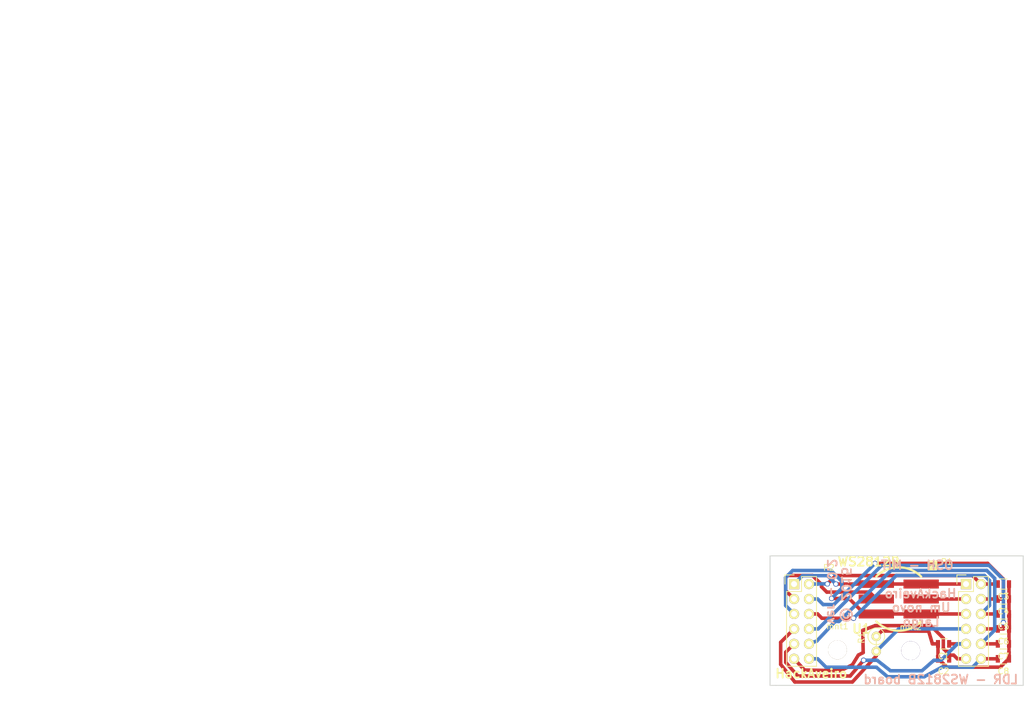
<source format=kicad_pcb>
(kicad_pcb (version 4) (host pcbnew "(2014-08-21 BZR 5087)-product")

  (general
    (links 34)
    (no_connects 0)
    (area -2.907714 -1.7708 171.075001 120.807967)
    (thickness 1.6)
    (drawings 14)
    (tracks 146)
    (zones 0)
    (modules 15)
    (nets 15)
  )

  (page A4)
  (layers
    (0 F.Cu signal)
    (31 B.Cu signal)
    (32 B.Adhes user)
    (33 F.Adhes user)
    (34 B.Paste user)
    (35 F.Paste user)
    (36 B.SilkS user)
    (37 F.SilkS user)
    (38 B.Mask user)
    (39 F.Mask user)
    (40 Dwgs.User user)
    (41 Cmts.User user)
    (42 Eco1.User user)
    (43 Eco2.User user)
    (44 Edge.Cuts user)
    (45 Margin user)
    (46 B.CrtYd user)
    (47 F.CrtYd user)
    (48 B.Fab user hide)
    (49 F.Fab user hide)
  )

  (setup
    (last_trace_width 0.6)
    (trace_clearance 0.254)
    (zone_clearance 0.6)
    (zone_45_only no)
    (trace_min 0.254)
    (segment_width 0.2)
    (edge_width 0.15)
    (via_size 0.889)
    (via_drill 0.635)
    (via_min_size 0.889)
    (via_min_drill 0.508)
    (uvia_size 0.508)
    (uvia_drill 0.127)
    (uvias_allowed no)
    (uvia_min_size 0.508)
    (uvia_min_drill 0.127)
    (pcb_text_width 0.3)
    (pcb_text_size 1.5 1.5)
    (mod_edge_width 0.15)
    (mod_text_size 1.5 1.5)
    (mod_text_width 0.15)
    (pad_size 3.2 3.2)
    (pad_drill 3.2)
    (pad_to_mask_clearance 0.2)
    (aux_axis_origin 0 0)
    (visible_elements FFFFFF7F)
    (pcbplotparams
      (layerselection 0x010f0_80000001)
      (usegerberextensions false)
      (excludeedgelayer true)
      (linewidth 0.100000)
      (plotframeref false)
      (viasonmask false)
      (mode 1)
      (useauxorigin false)
      (hpglpennumber 1)
      (hpglpenspeed 20)
      (hpglpendiameter 15)
      (hpglpenoverlay 2)
      (psnegative false)
      (psa4output false)
      (plotreference true)
      (plotvalue true)
      (plotinvisibletext false)
      (padsonsilk false)
      (subtractmaskfromsilk false)
      (outputformat 4)
      (mirror false)
      (drillshape 0)
      (scaleselection 1)
      (outputdirectory gerber/tiagogon))
  )

  (net 0 "")
  (net 1 "Net-(C1-Pad1)")
  (net 2 LDR_OUT)
  (net 3 "Net-(C2-Pad1)")
  (net 4 "Net-(C3-Pad2)")
  (net 5 "Net-(C4-Pad2)")
  (net 6 "Net-(C5-Pad2)")
  (net 7 "Net-(C6-Pad2)")
  (net 8 "Net-(C7-Pad2)")
  (net 9 "Net-(C8-Pad2)")
  (net 10 Data_OUT)
  (net 11 VCC)
  (net 12 Data_IN)
  (net 13 GND)
  (net 14 LDR_GND)

  (net_class Default "Esta é a classe de net default."
    (clearance 0.254)
    (trace_width 0.6)
    (via_dia 0.889)
    (via_drill 0.635)
    (uvia_dia 0.508)
    (uvia_drill 0.127)
    (add_net Data_IN)
    (add_net Data_OUT)
    (add_net GND)
    (add_net LDR_GND)
    (add_net LDR_OUT)
    (add_net "Net-(C1-Pad1)")
    (add_net "Net-(C2-Pad1)")
    (add_net "Net-(C3-Pad2)")
    (add_net "Net-(C4-Pad2)")
    (add_net "Net-(C5-Pad2)")
    (add_net "Net-(C6-Pad2)")
    (add_net "Net-(C7-Pad2)")
    (add_net "Net-(C8-Pad2)")
    (add_net VCC)
  )

  (module LOGO (layer F.Cu) (tedit 5503434C) (tstamp 55034356)
    (at 0 0)
    (fp_text reference G*** (at 0 0) (layer F.SilkS) hide
      (effects (font (thickness 0.3)))
    )
    (fp_text value LOGO (at 3.81 2.54) (layer F.SilkS) hide
      (effects (font (thickness 0.3)))
    )
  )

  (module Pin_Headers:Pin_Header_Straight_2x06 (layer F.Cu) (tedit 55033D70) (tstamp 550345F0)
    (at 161.29 97.79)
    (descr "Through hole pin header")
    (tags "pin header")
    (path /54F63DA4)
    (fp_text reference P1 (at -3.29 -3.79) (layer F.SilkS)
      (effects (font (size 1 1) (thickness 0.15)))
    )
    (fp_text value INPUT (at 2.71 -2.79) (layer F.Fab)
      (effects (font (size 1 1) (thickness 0.15)))
    )
    (fp_line (start -1.75 -1.75) (end -1.75 14.45) (layer F.CrtYd) (width 0.05))
    (fp_line (start 4.3 -1.75) (end 4.3 14.45) (layer F.CrtYd) (width 0.05))
    (fp_line (start -1.75 -1.75) (end 4.3 -1.75) (layer F.CrtYd) (width 0.05))
    (fp_line (start -1.75 14.45) (end 4.3 14.45) (layer F.CrtYd) (width 0.05))
    (fp_line (start 3.81 13.97) (end 3.81 -1.27) (layer F.SilkS) (width 0.15))
    (fp_line (start -1.27 1.27) (end -1.27 13.97) (layer F.SilkS) (width 0.15))
    (fp_line (start 3.81 13.97) (end -1.27 13.97) (layer F.SilkS) (width 0.15))
    (fp_line (start 3.81 -1.27) (end 1.27 -1.27) (layer F.SilkS) (width 0.15))
    (fp_line (start 0 -1.55) (end -1.55 -1.55) (layer F.SilkS) (width 0.15))
    (fp_line (start 1.27 -1.27) (end 1.27 1.27) (layer F.SilkS) (width 0.15))
    (fp_line (start 1.27 1.27) (end -1.27 1.27) (layer F.SilkS) (width 0.15))
    (fp_line (start -1.55 -1.55) (end -1.55 0) (layer F.SilkS) (width 0.15))
    (pad 1 thru_hole rect (at 0 0) (size 1.7272 1.7272) (drill 1.016) (layers *.Cu *.Mask F.SilkS)
      (net 11 VCC))
    (pad 2 thru_hole oval (at 2.54 0) (size 1.7272 1.7272) (drill 1.016) (layers *.Cu *.Mask F.SilkS)
      (net 4 "Net-(C3-Pad2)"))
    (pad 3 thru_hole oval (at 0 2.54) (size 1.7272 1.7272) (drill 1.016) (layers *.Cu *.Mask F.SilkS)
      (net 12 Data_IN))
    (pad 4 thru_hole oval (at 2.54 2.54) (size 1.7272 1.7272) (drill 1.016) (layers *.Cu *.Mask F.SilkS)
      (net 5 "Net-(C4-Pad2)"))
    (pad 5 thru_hole oval (at 0 5.08) (size 1.7272 1.7272) (drill 1.016) (layers *.Cu *.Mask F.SilkS)
      (net 13 GND))
    (pad 6 thru_hole oval (at 2.54 5.08) (size 1.7272 1.7272) (drill 1.016) (layers *.Cu *.Mask F.SilkS)
      (net 6 "Net-(C5-Pad2)"))
    (pad 7 thru_hole oval (at 0 7.62) (size 1.7272 1.7272) (drill 1.016) (layers *.Cu *.Mask F.SilkS)
      (net 14 LDR_GND))
    (pad 8 thru_hole oval (at 2.54 7.62) (size 1.7272 1.7272) (drill 1.016) (layers *.Cu *.Mask F.SilkS)
      (net 7 "Net-(C6-Pad2)"))
    (pad 9 thru_hole oval (at 0 10.16) (size 1.7272 1.7272) (drill 1.016) (layers *.Cu *.Mask F.SilkS)
      (net 1 "Net-(C1-Pad1)"))
    (pad 10 thru_hole oval (at 2.54 10.16) (size 1.7272 1.7272) (drill 1.016) (layers *.Cu *.Mask F.SilkS)
      (net 8 "Net-(C7-Pad2)"))
    (pad 11 thru_hole oval (at 0 12.7) (size 1.7272 1.7272) (drill 1.016) (layers *.Cu *.Mask F.SilkS)
      (net 3 "Net-(C2-Pad1)"))
    (pad 12 thru_hole oval (at 2.54 12.7) (size 1.7272 1.7272) (drill 1.016) (layers *.Cu *.Mask F.SilkS)
      (net 9 "Net-(C8-Pad2)"))
    (model Pin_Headers.3dshapes/Pin_Header_Straight_2x06.wrl
      (at (xyz 0.05 -0.25 0))
      (scale (xyz 1 1 1))
      (rotate (xyz 0 0 90))
    )
  )

  (module Pin_Headers:Pin_Header_Straight_2x06 (layer F.Cu) (tedit 55033D7D) (tstamp 550336F7)
    (at 132.08 97.79)
    (descr "Through hole pin header")
    (tags "pin header")
    (path /54F63F7D)
    (fp_text reference P2 (at 5.92 -2.79) (layer F.SilkS)
      (effects (font (size 1 1) (thickness 0.15)))
    )
    (fp_text value OUTPUT (at 0 -3.1) (layer F.Fab)
      (effects (font (size 1 1) (thickness 0.15)))
    )
    (fp_line (start -1.75 -1.75) (end -1.75 14.45) (layer F.CrtYd) (width 0.05))
    (fp_line (start 4.3 -1.75) (end 4.3 14.45) (layer F.CrtYd) (width 0.05))
    (fp_line (start -1.75 -1.75) (end 4.3 -1.75) (layer F.CrtYd) (width 0.05))
    (fp_line (start -1.75 14.45) (end 4.3 14.45) (layer F.CrtYd) (width 0.05))
    (fp_line (start 3.81 13.97) (end 3.81 -1.27) (layer F.SilkS) (width 0.15))
    (fp_line (start -1.27 1.27) (end -1.27 13.97) (layer F.SilkS) (width 0.15))
    (fp_line (start 3.81 13.97) (end -1.27 13.97) (layer F.SilkS) (width 0.15))
    (fp_line (start 3.81 -1.27) (end 1.27 -1.27) (layer F.SilkS) (width 0.15))
    (fp_line (start 0 -1.55) (end -1.55 -1.55) (layer F.SilkS) (width 0.15))
    (fp_line (start 1.27 -1.27) (end 1.27 1.27) (layer F.SilkS) (width 0.15))
    (fp_line (start 1.27 1.27) (end -1.27 1.27) (layer F.SilkS) (width 0.15))
    (fp_line (start -1.55 -1.55) (end -1.55 0) (layer F.SilkS) (width 0.15))
    (pad 1 thru_hole rect (at 0 0) (size 1.7272 1.7272) (drill 1.016) (layers *.Cu *.Mask F.SilkS)
      (net 11 VCC))
    (pad 2 thru_hole oval (at 2.54 0) (size 1.7272 1.7272) (drill 1.016) (layers *.Cu *.Mask F.SilkS)
      (net 4 "Net-(C3-Pad2)"))
    (pad 3 thru_hole oval (at 0 2.54) (size 1.7272 1.7272) (drill 1.016) (layers *.Cu *.Mask F.SilkS)
      (net 10 Data_OUT))
    (pad 4 thru_hole oval (at 2.54 2.54) (size 1.7272 1.7272) (drill 1.016) (layers *.Cu *.Mask F.SilkS)
      (net 5 "Net-(C4-Pad2)"))
    (pad 5 thru_hole oval (at 0 5.08) (size 1.7272 1.7272) (drill 1.016) (layers *.Cu *.Mask F.SilkS)
      (net 13 GND))
    (pad 6 thru_hole oval (at 2.54 5.08) (size 1.7272 1.7272) (drill 1.016) (layers *.Cu *.Mask F.SilkS)
      (net 6 "Net-(C5-Pad2)"))
    (pad 7 thru_hole oval (at 0 7.62) (size 1.7272 1.7272) (drill 1.016) (layers *.Cu *.Mask F.SilkS)
      (net 14 LDR_GND))
    (pad 8 thru_hole oval (at 2.54 7.62) (size 1.7272 1.7272) (drill 1.016) (layers *.Cu *.Mask F.SilkS)
      (net 7 "Net-(C6-Pad2)"))
    (pad 9 thru_hole oval (at 0 10.16) (size 1.7272 1.7272) (drill 1.016) (layers *.Cu *.Mask F.SilkS)
      (net 1 "Net-(C1-Pad1)"))
    (pad 10 thru_hole oval (at 2.54 10.16) (size 1.7272 1.7272) (drill 1.016) (layers *.Cu *.Mask F.SilkS)
      (net 8 "Net-(C7-Pad2)"))
    (pad 11 thru_hole oval (at 0 12.7) (size 1.7272 1.7272) (drill 1.016) (layers *.Cu *.Mask F.SilkS)
      (net 3 "Net-(C2-Pad1)"))
    (pad 12 thru_hole oval (at 2.54 12.7) (size 1.7272 1.7272) (drill 1.016) (layers *.Cu *.Mask F.SilkS)
      (net 9 "Net-(C8-Pad2)"))
    (model Pin_Headers.3dshapes/Pin_Header_Straight_2x06.wrl
      (at (xyz 0.05 -0.25 0))
      (scale (xyz 1 1 1))
      (rotate (xyz 0 0 90))
    )
  )

  (module Discret:R1 (layer F.Cu) (tedit 550339EA) (tstamp 550336FF)
    (at 146.05 107.95 270)
    (descr "Resistance verticale")
    (tags R)
    (path /54C7CC88)
    (fp_text reference R1 (at -1.016 2.54 270) (layer F.SilkS)
      (effects (font (size 1 1) (thickness 0.15)))
    )
    (fp_text value RVAR (at -1.143 2.54 270) (layer F.Fab)
      (effects (font (size 1 1) (thickness 0.15)))
    )
    (fp_line (start -1.27 0) (end 1.27 0) (layer F.SilkS) (width 0.15))
    (fp_circle (center -1.27 0) (end -0.635 1.27) (layer F.SilkS) (width 0.15))
    (pad 1 thru_hole circle (at -1.27 0 270) (size 1.6 1.6) (drill 0.8128) (layers *.Cu *.Mask F.SilkS)
      (net 2 LDR_OUT))
    (pad 2 thru_hole circle (at 1.27 0 270) (size 1.6 1.6) (drill 0.8128) (layers *.Cu *.Mask F.SilkS)
      (net 14 LDR_GND))
    (model Discret.3dshapes/R1.wrl
      (at (xyz 0 0 0))
      (scale (xyz 1 1 1))
      (rotate (xyz 0 0 0))
    )
  )

  (module u:u (layer F.Cu) (tedit 54C7A931) (tstamp 55033713)
    (at 149.86 100.33)
    (path /54C7CA2B)
    (fp_text reference U1 (at -6.35 5.08) (layer F.SilkS)
      (effects (font (thickness 0.3048)))
    )
    (fp_text value WS2812B (at -5.08 -6.35) (layer F.SilkS)
      (effects (font (thickness 0.3048)))
    )
    (fp_line (start 5.08 -6.35) (end 5.08 -5.08) (layer F.SilkS) (width 0.381))
    (fp_line (start 5.08 -5.08) (end 6.35 -5.08) (layer F.SilkS) (width 0.381))
    (fp_line (start 6.35 -5.08) (end 6.35 -6.35) (layer F.SilkS) (width 0.381))
    (fp_line (start 6.35 -6.35) (end 5.08 -5.08) (layer F.SilkS) (width 0.381))
    (fp_line (start 5.08 -5.08) (end 5.08 -6.35) (layer F.SilkS) (width 0.381))
    (fp_line (start 6.35 -6.35) (end 6.35 -5.08) (layer F.SilkS) (width 0.381))
    (fp_line (start 5.08 -6.35) (end 6.35 -6.35) (layer F.SilkS) (width 0.381))
    (fp_line (start 5.08 -5.08) (end 6.35 -5.08) (layer F.SilkS) (width 0.381))
    (fp_arc (start 0 0) (end -3.81 -3.81) (angle 90) (layer F.SilkS) (width 0.381))
    (fp_arc (start 0 0) (end 3.81 3.81) (angle 90) (layer F.SilkS) (width 0.381))
    (pad 1 smd rect (at 3.81 -2.54) (size 5.99948 1.524) (layers F.Cu F.Paste F.Mask)
      (net 11 VCC))
    (pad 2 smd rect (at 3.81 0) (size 5.99948 1.524) (layers F.Cu F.Paste F.Mask)
      (net 12 Data_IN))
    (pad 3 smd rect (at 3.81 2.54) (size 5.99948 1.524) (layers F.Cu F.Paste F.Mask)
      (net 13 GND))
    (pad 4 smd rect (at -3.81 2.54) (size 5.99948 1.524) (layers F.Cu F.Paste F.Mask)
      (net 13 GND))
    (pad 5 smd rect (at -3.81 0) (size 5.99948 1.524) (layers F.Cu F.Paste F.Mask)
      (net 10 Data_OUT))
    (pad 6 smd rect (at -3.81 -2.54) (size 5.99948 1.30048) (layers F.Cu F.Paste F.Mask)
      (net 11 VCC))
  )

  (module Resistors_SMD:R_0805 (layer F.Cu) (tedit 5415CDEB) (tstamp 55033844)
    (at 157.48 107.95 180)
    (descr "Resistor SMD 0805, reflow soldering, Vishay (see dcrcw.pdf)")
    (tags "resistor 0805")
    (path /54C7CDA7)
    (attr smd)
    (fp_text reference C1 (at 0 -2.1 180) (layer F.SilkS)
      (effects (font (size 1 1) (thickness 0.15)))
    )
    (fp_text value C (at 0 2.1 180) (layer F.Fab)
      (effects (font (size 1 1) (thickness 0.15)))
    )
    (fp_line (start -1.6 -1) (end 1.6 -1) (layer F.CrtYd) (width 0.05))
    (fp_line (start -1.6 1) (end 1.6 1) (layer F.CrtYd) (width 0.05))
    (fp_line (start -1.6 -1) (end -1.6 1) (layer F.CrtYd) (width 0.05))
    (fp_line (start 1.6 -1) (end 1.6 1) (layer F.CrtYd) (width 0.05))
    (fp_line (start 0.6 0.875) (end -0.6 0.875) (layer F.SilkS) (width 0.15))
    (fp_line (start -0.6 -0.875) (end 0.6 -0.875) (layer F.SilkS) (width 0.15))
    (pad 1 smd rect (at -0.95 0 180) (size 0.7 1.3) (layers F.Cu F.Paste F.Mask)
      (net 1 "Net-(C1-Pad1)"))
    (pad 2 smd rect (at 0.95 0 180) (size 0.7 1.3) (layers F.Cu F.Paste F.Mask)
      (net 2 LDR_OUT))
    (model Resistors_SMD.3dshapes/R_0805.wrl
      (at (xyz 0 0 0))
      (scale (xyz 1 1 1))
      (rotate (xyz 0 0 0))
    )
  )

  (module Resistors_SMD:R_0805 (layer F.Cu) (tedit 5415CDEB) (tstamp 5503384F)
    (at 157.48 110.49 180)
    (descr "Resistor SMD 0805, reflow soldering, Vishay (see dcrcw.pdf)")
    (tags "resistor 0805")
    (path /54C7CDA4)
    (attr smd)
    (fp_text reference C2 (at 0 -2.1 180) (layer F.SilkS)
      (effects (font (size 1 1) (thickness 0.15)))
    )
    (fp_text value C (at 0 2.1 180) (layer F.Fab)
      (effects (font (size 1 1) (thickness 0.15)))
    )
    (fp_line (start -1.6 -1) (end 1.6 -1) (layer F.CrtYd) (width 0.05))
    (fp_line (start -1.6 1) (end 1.6 1) (layer F.CrtYd) (width 0.05))
    (fp_line (start -1.6 -1) (end -1.6 1) (layer F.CrtYd) (width 0.05))
    (fp_line (start 1.6 -1) (end 1.6 1) (layer F.CrtYd) (width 0.05))
    (fp_line (start 0.6 0.875) (end -0.6 0.875) (layer F.SilkS) (width 0.15))
    (fp_line (start -0.6 -0.875) (end 0.6 -0.875) (layer F.SilkS) (width 0.15))
    (pad 1 smd rect (at -0.95 0 180) (size 0.7 1.3) (layers F.Cu F.Paste F.Mask)
      (net 3 "Net-(C2-Pad1)"))
    (pad 2 smd rect (at 0.95 0 180) (size 0.7 1.3) (layers F.Cu F.Paste F.Mask)
      (net 2 LDR_OUT))
    (model Resistors_SMD.3dshapes/R_0805.wrl
      (at (xyz 0 0 0))
      (scale (xyz 1 1 1))
      (rotate (xyz 0 0 0))
    )
  )

  (module Resistors_SMD:R_0805 (layer F.Cu) (tedit 5415CDEB) (tstamp 5503385A)
    (at 167.64 97.79 180)
    (descr "Resistor SMD 0805, reflow soldering, Vishay (see dcrcw.pdf)")
    (tags "resistor 0805")
    (path /54C7CDA1)
    (attr smd)
    (fp_text reference C3 (at 0 -2.1 180) (layer F.SilkS)
      (effects (font (size 1 1) (thickness 0.15)))
    )
    (fp_text value C (at 0 2.1 180) (layer F.Fab)
      (effects (font (size 1 1) (thickness 0.15)))
    )
    (fp_line (start -1.6 -1) (end 1.6 -1) (layer F.CrtYd) (width 0.05))
    (fp_line (start -1.6 1) (end 1.6 1) (layer F.CrtYd) (width 0.05))
    (fp_line (start -1.6 -1) (end -1.6 1) (layer F.CrtYd) (width 0.05))
    (fp_line (start 1.6 -1) (end 1.6 1) (layer F.CrtYd) (width 0.05))
    (fp_line (start 0.6 0.875) (end -0.6 0.875) (layer F.SilkS) (width 0.15))
    (fp_line (start -0.6 -0.875) (end 0.6 -0.875) (layer F.SilkS) (width 0.15))
    (pad 1 smd rect (at -0.95 0 180) (size 0.7 1.3) (layers F.Cu F.Paste F.Mask)
      (net 2 LDR_OUT))
    (pad 2 smd rect (at 0.95 0 180) (size 0.7 1.3) (layers F.Cu F.Paste F.Mask)
      (net 4 "Net-(C3-Pad2)"))
    (model Resistors_SMD.3dshapes/R_0805.wrl
      (at (xyz 0 0 0))
      (scale (xyz 1 1 1))
      (rotate (xyz 0 0 0))
    )
  )

  (module Resistors_SMD:R_0805 (layer F.Cu) (tedit 5415CDEB) (tstamp 55033865)
    (at 167.64 100.33 180)
    (descr "Resistor SMD 0805, reflow soldering, Vishay (see dcrcw.pdf)")
    (tags "resistor 0805")
    (path /54C7CCD7)
    (attr smd)
    (fp_text reference C4 (at 0 -2.1 180) (layer F.SilkS)
      (effects (font (size 1 1) (thickness 0.15)))
    )
    (fp_text value C (at 0 2.1 180) (layer F.Fab)
      (effects (font (size 1 1) (thickness 0.15)))
    )
    (fp_line (start -1.6 -1) (end 1.6 -1) (layer F.CrtYd) (width 0.05))
    (fp_line (start -1.6 1) (end 1.6 1) (layer F.CrtYd) (width 0.05))
    (fp_line (start -1.6 -1) (end -1.6 1) (layer F.CrtYd) (width 0.05))
    (fp_line (start 1.6 -1) (end 1.6 1) (layer F.CrtYd) (width 0.05))
    (fp_line (start 0.6 0.875) (end -0.6 0.875) (layer F.SilkS) (width 0.15))
    (fp_line (start -0.6 -0.875) (end 0.6 -0.875) (layer F.SilkS) (width 0.15))
    (pad 1 smd rect (at -0.95 0 180) (size 0.7 1.3) (layers F.Cu F.Paste F.Mask)
      (net 2 LDR_OUT))
    (pad 2 smd rect (at 0.95 0 180) (size 0.7 1.3) (layers F.Cu F.Paste F.Mask)
      (net 5 "Net-(C4-Pad2)"))
    (model Resistors_SMD.3dshapes/R_0805.wrl
      (at (xyz 0 0 0))
      (scale (xyz 1 1 1))
      (rotate (xyz 0 0 0))
    )
  )

  (module Resistors_SMD:R_0805 (layer F.Cu) (tedit 5415CDEB) (tstamp 55033870)
    (at 167.64 102.87 180)
    (descr "Resistor SMD 0805, reflow soldering, Vishay (see dcrcw.pdf)")
    (tags "resistor 0805")
    (path /54C7CD1D)
    (attr smd)
    (fp_text reference C5 (at 0 -2.1 180) (layer F.SilkS)
      (effects (font (size 1 1) (thickness 0.15)))
    )
    (fp_text value C (at 0 2.1 180) (layer F.Fab)
      (effects (font (size 1 1) (thickness 0.15)))
    )
    (fp_line (start -1.6 -1) (end 1.6 -1) (layer F.CrtYd) (width 0.05))
    (fp_line (start -1.6 1) (end 1.6 1) (layer F.CrtYd) (width 0.05))
    (fp_line (start -1.6 -1) (end -1.6 1) (layer F.CrtYd) (width 0.05))
    (fp_line (start 1.6 -1) (end 1.6 1) (layer F.CrtYd) (width 0.05))
    (fp_line (start 0.6 0.875) (end -0.6 0.875) (layer F.SilkS) (width 0.15))
    (fp_line (start -0.6 -0.875) (end 0.6 -0.875) (layer F.SilkS) (width 0.15))
    (pad 1 smd rect (at -0.95 0 180) (size 0.7 1.3) (layers F.Cu F.Paste F.Mask)
      (net 2 LDR_OUT))
    (pad 2 smd rect (at 0.95 0 180) (size 0.7 1.3) (layers F.Cu F.Paste F.Mask)
      (net 6 "Net-(C5-Pad2)"))
    (model Resistors_SMD.3dshapes/R_0805.wrl
      (at (xyz 0 0 0))
      (scale (xyz 1 1 1))
      (rotate (xyz 0 0 0))
    )
  )

  (module Resistors_SMD:R_0805 (layer F.Cu) (tedit 5415CDEB) (tstamp 5503387B)
    (at 167.64 105.41 180)
    (descr "Resistor SMD 0805, reflow soldering, Vishay (see dcrcw.pdf)")
    (tags "resistor 0805")
    (path /54C7CCFB)
    (attr smd)
    (fp_text reference C6 (at 0 -2.1 180) (layer F.SilkS)
      (effects (font (size 1 1) (thickness 0.15)))
    )
    (fp_text value C (at 0 2.1 180) (layer F.Fab)
      (effects (font (size 1 1) (thickness 0.15)))
    )
    (fp_line (start -1.6 -1) (end 1.6 -1) (layer F.CrtYd) (width 0.05))
    (fp_line (start -1.6 1) (end 1.6 1) (layer F.CrtYd) (width 0.05))
    (fp_line (start -1.6 -1) (end -1.6 1) (layer F.CrtYd) (width 0.05))
    (fp_line (start 1.6 -1) (end 1.6 1) (layer F.CrtYd) (width 0.05))
    (fp_line (start 0.6 0.875) (end -0.6 0.875) (layer F.SilkS) (width 0.15))
    (fp_line (start -0.6 -0.875) (end 0.6 -0.875) (layer F.SilkS) (width 0.15))
    (pad 1 smd rect (at -0.95 0 180) (size 0.7 1.3) (layers F.Cu F.Paste F.Mask)
      (net 2 LDR_OUT))
    (pad 2 smd rect (at 0.95 0 180) (size 0.7 1.3) (layers F.Cu F.Paste F.Mask)
      (net 7 "Net-(C6-Pad2)"))
    (model Resistors_SMD.3dshapes/R_0805.wrl
      (at (xyz 0 0 0))
      (scale (xyz 1 1 1))
      (rotate (xyz 0 0 0))
    )
  )

  (module Resistors_SMD:R_0805 (layer F.Cu) (tedit 5415CDEB) (tstamp 55033A71)
    (at 167.64 107.95 180)
    (descr "Resistor SMD 0805, reflow soldering, Vishay (see dcrcw.pdf)")
    (tags "resistor 0805")
    (path /54C7CD1A)
    (attr smd)
    (fp_text reference C7 (at 0 -2.1 180) (layer F.SilkS)
      (effects (font (size 1 1) (thickness 0.15)))
    )
    (fp_text value C (at 0 2.1 180) (layer F.Fab)
      (effects (font (size 1 1) (thickness 0.15)))
    )
    (fp_line (start -1.6 -1) (end 1.6 -1) (layer F.CrtYd) (width 0.05))
    (fp_line (start -1.6 1) (end 1.6 1) (layer F.CrtYd) (width 0.05))
    (fp_line (start -1.6 -1) (end -1.6 1) (layer F.CrtYd) (width 0.05))
    (fp_line (start 1.6 -1) (end 1.6 1) (layer F.CrtYd) (width 0.05))
    (fp_line (start 0.6 0.875) (end -0.6 0.875) (layer F.SilkS) (width 0.15))
    (fp_line (start -0.6 -0.875) (end 0.6 -0.875) (layer F.SilkS) (width 0.15))
    (pad 1 smd rect (at -0.95 0 180) (size 0.7 1.3) (layers F.Cu F.Paste F.Mask)
      (net 2 LDR_OUT))
    (pad 2 smd rect (at 0.95 0 180) (size 0.7 1.3) (layers F.Cu F.Paste F.Mask)
      (net 8 "Net-(C7-Pad2)"))
    (model Resistors_SMD.3dshapes/R_0805.wrl
      (at (xyz 0 0 0))
      (scale (xyz 1 1 1))
      (rotate (xyz 0 0 0))
    )
  )

  (module Resistors_SMD:R_0805 (layer F.Cu) (tedit 5415CDEB) (tstamp 55033891)
    (at 167.64 110.49 180)
    (descr "Resistor SMD 0805, reflow soldering, Vishay (see dcrcw.pdf)")
    (tags "resistor 0805")
    (path /54C7CCFF)
    (attr smd)
    (fp_text reference C8 (at 0 -2.1 180) (layer F.SilkS)
      (effects (font (size 1 1) (thickness 0.15)))
    )
    (fp_text value C (at 0 2.1 180) (layer F.Fab)
      (effects (font (size 1 1) (thickness 0.15)))
    )
    (fp_line (start -1.6 -1) (end 1.6 -1) (layer F.CrtYd) (width 0.05))
    (fp_line (start -1.6 1) (end 1.6 1) (layer F.CrtYd) (width 0.05))
    (fp_line (start -1.6 -1) (end -1.6 1) (layer F.CrtYd) (width 0.05))
    (fp_line (start 1.6 -1) (end 1.6 1) (layer F.CrtYd) (width 0.05))
    (fp_line (start 0.6 0.875) (end -0.6 0.875) (layer F.SilkS) (width 0.15))
    (fp_line (start -0.6 -0.875) (end 0.6 -0.875) (layer F.SilkS) (width 0.15))
    (pad 1 smd rect (at -0.95 0 180) (size 0.7 1.3) (layers F.Cu F.Paste F.Mask)
      (net 2 LDR_OUT))
    (pad 2 smd rect (at 0.95 0 180) (size 0.7 1.3) (layers F.Cu F.Paste F.Mask)
      (net 9 "Net-(C8-Pad2)"))
    (model Resistors_SMD.3dshapes/R_0805.wrl
      (at (xyz 0 0 0))
      (scale (xyz 1 1 1))
      (rotate (xyz 0 0 0))
    )
  )

  (module Mounting_Holes:MountingHole_3mm (layer F.Cu) (tedit 5505C114) (tstamp 5505B842)
    (at 139.446 108.966)
    (descr "Mounting hole, Befestigungsbohrung, 3mm, No Annular, Kein Restring,")
    (tags "Mounting hole, Befestigungsbohrung, 3mm, No Annular, Kein Restring,")
    (fp_text reference mnt1 (at 0 -4.0005) (layer F.SilkS)
      (effects (font (size 1 1) (thickness 0.15)))
    )
    (fp_text value "" (at 4.318 5.588) (layer F.Fab)
      (effects (font (size 1 1) (thickness 0.15)))
    )
    (fp_circle (center 0 0) (end 2.99974 0) (layer Cmts.User) (width 0.381))
    (pad "" thru_hole circle (at 0 0) (size 3.2 3.2) (drill 3.2) (layers *.Cu *.Mask F.SilkS))
  )

  (module Mounting_Holes:MountingHole_3mm (layer F.Cu) (tedit 5505C104) (tstamp 5505BD04)
    (at 151.892 109.093)
    (descr "Mounting hole, Befestigungsbohrung, 3mm, No Annular, Kein Restring,")
    (tags "Mounting hole, Befestigungsbohrung, 3mm, No Annular, Kein Restring,")
    (fp_text reference mnt2 (at 0 -4.0005) (layer F.SilkS)
      (effects (font (size 1 1) (thickness 0.15)))
    )
    (fp_text value "" (at 1.00076 5.00126) (layer F.Fab)
      (effects (font (size 1 1) (thickness 0.15)))
    )
    (fp_circle (center 0 0) (end 2.99974 0) (layer Cmts.User) (width 0.381))
    (pad "" thru_hole circle (at 0 0) (size 3.2 3.2) (drill 3.2) (layers *.Cu))
  )

  (dimension 5.081587 (width 0.3) (layer Cmts.User)
    (gr_text 5,082mm (at 133.558334 119.394887 1.432096184) (layer Cmts.User)
      (effects (font (size 1.5 1.5) (thickness 0.3)))
    )
    (feature1 (pts (xy 136.017 116.078) (xy 136.132074 120.680966)))
    (feature2 (pts (xy 130.937 116.205) (xy 131.052074 120.807966)))
    (crossbar (pts (xy 130.984595 118.108809) (xy 136.064595 117.981809)))
    (arrow1a (pts (xy 136.064595 117.981809) (xy 134.953099 118.5962)))
    (arrow1b (pts (xy 136.064595 117.981809) (xy 134.923787 117.423725)))
    (arrow2a (pts (xy 130.984595 118.108809) (xy 132.125403 118.666893)))
    (arrow2b (pts (xy 130.984595 118.108809) (xy 132.096091 117.494418)))
  )
  (dimension 15.750048 (width 0.3) (layer Cmts.User)
    (gr_text 15,750mm (at 124.12862 103.805312 270.9240454) (layer Cmts.User)
      (effects (font (size 1.5 1.5) (thickness 0.3)))
    )
    (feature1 (pts (xy 127.127 111.633) (xy 122.905796 111.701084)))
    (feature2 (pts (xy 126.873 95.885) (xy 122.651796 95.953084)))
    (crossbar (pts (xy 125.351445 95.909541) (xy 125.605445 111.657541)))
    (arrow1a (pts (xy 125.605445 111.657541) (xy 125.000933 110.540641)))
    (arrow1b (pts (xy 125.605445 111.657541) (xy 126.173622 110.521727)))
    (arrow2a (pts (xy 125.351445 95.909541) (xy 124.783268 97.045355)))
    (arrow2b (pts (xy 125.351445 95.909541) (xy 125.955957 97.026441)))
  )
  (gr_text "Um novo\nLargo" (at 153.67 102.997) (layer B.SilkS)
    (effects (font (size 1.5 1.5) (thickness 0.3)) (justify mirror))
  )
  (gr_text "LDR - WS2812B board" (at 157 114) (layer B.SilkS)
    (effects (font (size 1.5 1.5) (thickness 0.3)) (justify mirror))
  )
  (gr_text "© 2015 \nver - 0.2" (at 139.7 99.06 270) (layer B.SilkS)
    (effects (font (size 1.5 1.5) (thickness 0.3)) (justify mirror))
  )
  (gr_text "OSH - MIT\n\nHackAveiro \n" (at 153 97) (layer B.SilkS)
    (effects (font (size 1.5 1.5) (thickness 0.3)) (justify mirror))
  )
  (gr_text HackAveiro (at 135 113) (layer F.SilkS)
    (effects (font (size 1.5 1.5) (thickness 0.3)))
  )
  (gr_line (start 128 115) (end 128 93) (angle 90) (layer Edge.Cuts) (width 0.15))
  (gr_line (start 129 115) (end 128 115) (angle 90) (layer Edge.Cuts) (width 0.15))
  (gr_line (start 171 115) (end 129 115) (angle 90) (layer Edge.Cuts) (width 0.15))
  (gr_line (start 171 93) (end 128 93) (angle 90) (layer Edge.Cuts) (width 0.15))
  (gr_line (start 171 115) (end 171 93) (angle 90) (layer Edge.Cuts) (width 0.15))
  (dimension 22 (width 0.3) (layer Cmts.User)
    (gr_text 22,000mm (at 120.650001 104 270) (layer Cmts.User)
      (effects (font (size 1.5 1.5) (thickness 0.3)))
    )
    (feature1 (pts (xy 126 115) (xy 119.300001 115)))
    (feature2 (pts (xy 126 93) (xy 119.300001 93)))
    (crossbar (pts (xy 122.000001 93) (xy 122.000001 115)))
    (arrow1a (pts (xy 122.000001 115) (xy 121.41358 113.873496)))
    (arrow1b (pts (xy 122.000001 115) (xy 122.586422 113.873496)))
    (arrow2a (pts (xy 122.000001 93) (xy 121.41358 94.126504)))
    (arrow2b (pts (xy 122.000001 93) (xy 122.586422 94.126504)))
  )
  (dimension 43 (width 0.3) (layer Cmts.User)
    (gr_text 43,000mm (at 149.5 82.65) (layer Cmts.User)
      (effects (font (size 1.5 1.5) (thickness 0.3)))
    )
    (feature1 (pts (xy 171 90) (xy 171 81.3)))
    (feature2 (pts (xy 128 90) (xy 128 81.3)))
    (crossbar (pts (xy 128 84) (xy 171 84)))
    (arrow1a (pts (xy 171 84) (xy 169.873496 84.586421)))
    (arrow1b (pts (xy 171 84) (xy 169.873496 83.413579)))
    (arrow2a (pts (xy 128 84) (xy 129.126504 84.586421)))
    (arrow2b (pts (xy 128 84) (xy 129.126504 83.413579)))
  )

  (segment (start 161.29 107.95) (end 159.8264 107.95) (width 0.6) (layer B.Cu) (net 1))
  (segment (start 143.8883 110.7343) (end 141.605 113.411) (width 0.6) (layer F.Cu) (net 1))
  (segment (start 141.605 113.411) (end 132.715 113.411) (width 0.6) (layer F.Cu) (net 1))
  (segment (start 132.715 113.411) (end 130.6587 111.0857) (width 0.6) (layer F.Cu) (net 1))
  (segment (start 130.6587 111.0857) (end 130.6587 109.3713) (width 0.6) (layer F.Cu) (net 1))
  (segment (start 130.6587 109.3713) (end 132.08 107.95) (width 0.6) (layer F.Cu) (net 1))
  (segment (start 159.8264 107.95) (end 157.0421 110.7343) (width 0.6) (layer B.Cu) (net 1))
  (segment (start 146.177 110.7343) (end 143.8883 110.7343) (width 0.6) (layer B.Cu) (net 1) (tstamp 5505C379))
  (segment (start 148.463 112.522) (end 146.177 110.7343) (width 0.6) (layer B.Cu) (net 1) (tstamp 5505C37C))
  (segment (start 153.797 112.522) (end 148.463 112.522) (width 0.6) (layer B.Cu) (net 1) (tstamp 5505C372))
  (segment (start 155.829 110.744) (end 153.797 112.522) (width 0.6) (layer B.Cu) (net 1) (tstamp 5505C36E))
  (segment (start 157.0421 110.7343) (end 155.829 110.744) (width 0.6) (layer B.Cu) (net 1))
  (segment (start 158.43 107.95) (end 161.29 107.95) (width 0.6) (layer F.Cu) (net 1))
  (via (at 143.8883 110.7343) (size 0.889) (layers F.Cu B.Cu) (net 1))
  (segment (start 168.59 105.41) (end 168.6414 105.3586) (width 0.6) (layer F.Cu) (net 2))
  (segment (start 168.6414 105.3586) (end 168.6414 102.9214) (width 0.6) (layer F.Cu) (net 2))
  (segment (start 168.6414 102.9214) (end 168.59 102.87) (width 0.6) (layer F.Cu) (net 2))
  (segment (start 168.59 107.95) (end 168.59 105.41) (width 0.6) (layer F.Cu) (net 2))
  (segment (start 168.59 109.3442) (end 168.59 107.95) (width 0.6) (layer F.Cu) (net 2))
  (segment (start 168.59 110.49) (end 168.59 109.3442) (width 0.6) (layer F.Cu) (net 2))
  (segment (start 168.59 109.3442) (end 168.59 110.4274) (width 0.6) (layer F.Cu) (net 2))
  (segment (start 168.59 110.4274) (end 167.1067 111.9107) (width 0.6) (layer F.Cu) (net 2))
  (segment (start 167.1067 111.9107) (end 158.0304 111.9107) (width 0.6) (layer F.Cu) (net 2))
  (segment (start 158.0304 111.9107) (end 156.7687 110.649) (width 0.6) (layer F.Cu) (net 2))
  (segment (start 156.7687 110.649) (end 156.7687 110.49) (width 0.6) (layer F.Cu) (net 2))
  (segment (start 156.7687 110.49) (end 156.53 110.2513) (width 0.6) (layer F.Cu) (net 2))
  (segment (start 156.53 110.2513) (end 156.53 107.95) (width 0.6) (layer F.Cu) (net 2))
  (segment (start 156.53 110.49) (end 156.7687 110.49) (width 0.6) (layer F.Cu) (net 2))
  (segment (start 156.53 107.95) (end 155.58 107.95) (width 0.6) (layer F.Cu) (net 2))
  (segment (start 155.58 107.95) (end 154.940376 105.790255) (width 0.6) (layer F.Cu) (net 2))
  (segment (start 154.940376 105.790255) (end 146.9632 105.7668) (width 0.6) (layer F.Cu) (net 2))
  (segment (start 146.9632 105.7668) (end 146.05 106.68) (width 0.6) (layer F.Cu) (net 2))
  (segment (start 168.59 100.33) (end 168.59 97.79) (width 0.6) (layer F.Cu) (net 2))
  (segment (start 168.59 102.87) (end 168.59 100.33) (width 0.6) (layer F.Cu) (net 2))
  (segment (start 158.43 109.24) (end 157.934 109.24) (width 0.6) (layer F.Cu) (net 3))
  (segment (start 157.934 109.24) (end 157.4344 108.7404) (width 0.6) (layer F.Cu) (net 3))
  (segment (start 157.4344 108.7404) (end 157.4344 106.9946) (width 0.6) (layer F.Cu) (net 3))
  (segment (start 157.4344 106.9946) (end 155.2913 104.8515) (width 0.6) (layer F.Cu) (net 3))
  (segment (start 155.2913 104.8515) (end 145.8515 104.8515) (width 0.6) (layer F.Cu) (net 3))
  (segment (start 143.819474 109.436252) (end 143.002 109.855) (width 0.6) (layer F.Cu) (net 3) (tstamp 5505C1E0))
  (segment (start 143.756889 105.645236) (end 143.819474 109.436252) (width 0.6) (layer F.Cu) (net 3) (tstamp 5505C1F3))
  (segment (start 145.8515 104.8515) (end 143.756889 105.645236) (width 0.6) (layer F.Cu) (net 3))
  (segment (start 139.954 112.522) (end 133.858 112.395) (width 0.6) (layer F.Cu) (net 3) (tstamp 5505C419))
  (segment (start 141.986 111.506) (end 139.954 112.522) (width 0.6) (layer F.Cu) (net 3) (tstamp 5505C40E))
  (segment (start 143.002 109.855) (end 141.986 111.506) (width 0.6) (layer F.Cu) (net 3))
  (segment (start 133.858 112.395) (end 132.08 110.49) (width 0.6) (layer F.Cu) (net 3))
  (segment (start 161.29 110.49) (end 159.8264 110.49) (width 0.6) (layer F.Cu) (net 3))
  (segment (start 158.43 109.865) (end 159.2014 109.865) (width 0.6) (layer F.Cu) (net 3))
  (segment (start 159.2014 109.865) (end 159.8264 110.49) (width 0.6) (layer F.Cu) (net 3))
  (segment (start 158.43 109.865) (end 158.43 109.24) (width 0.6) (layer F.Cu) (net 3))
  (segment (start 158.43 110.49) (end 158.43 109.865) (width 0.6) (layer F.Cu) (net 3))
  (segment (start 163.83 97.79) (end 162.3877 96.3477) (width 0.6) (layer F.Cu) (net 4))
  (segment (start 162.3877 96.3477) (end 139.1587 96.3477) (width 0.6) (layer F.Cu) (net 4))
  (segment (start 139.1587 96.3477) (end 137.7414 97.765) (width 0.6) (layer F.Cu) (net 4))
  (segment (start 166.69 97.79) (end 163.83 97.79) (width 0.6) (layer F.Cu) (net 4))
  (segment (start 134.62 97.79) (end 136.0836 97.79) (width 0.6) (layer B.Cu) (net 4))
  (segment (start 137.7414 97.765) (end 136.1086 97.765) (width 0.6) (layer B.Cu) (net 4))
  (segment (start 136.1086 97.765) (end 136.0836 97.79) (width 0.6) (layer B.Cu) (net 4))
  (via (at 137.7414 97.765) (size 0.889) (layers F.Cu B.Cu) (net 4))
  (segment (start 145.8275 94.2808) (end 138.8367 101.2716) (width 0.6) (layer B.Cu) (net 5))
  (segment (start 138.8367 101.2716) (end 137.0252 101.2716) (width 0.6) (layer B.Cu) (net 5))
  (segment (start 137.0252 101.2716) (end 136.0836 100.33) (width 0.6) (layer B.Cu) (net 5))
  (segment (start 134.62 100.33) (end 136.0836 100.33) (width 0.6) (layer B.Cu) (net 5))
  (segment (start 166.69 100.33) (end 167.64 100.33) (width 0.6) (layer F.Cu) (net 5))
  (segment (start 167.64 100.33) (end 167.64 96.9559) (width 0.6) (layer F.Cu) (net 5))
  (segment (start 167.64 96.9559) (end 164.9649 94.2808) (width 0.6) (layer F.Cu) (net 5))
  (segment (start 164.9649 94.2808) (end 145.8275 94.2808) (width 0.6) (layer F.Cu) (net 5))
  (segment (start 163.83 100.33) (end 166.69 100.33) (width 0.6) (layer F.Cu) (net 5))
  (via (at 145.8275 94.2808) (size 0.889) (layers F.Cu B.Cu) (net 5))
  (segment (start 134.62 102.87) (end 136.0836 102.87) (width 0.6) (layer F.Cu) (net 6))
  (segment (start 142.1824 103.6) (end 136.8136 103.6) (width 0.6) (layer F.Cu) (net 6))
  (segment (start 136.8136 103.6) (end 136.0836 102.87) (width 0.6) (layer F.Cu) (net 6))
  (segment (start 163.83 102.87) (end 165.2769 101.4231) (width 0.6) (layer B.Cu) (net 6))
  (segment (start 165.2769 101.4231) (end 165.2769 97.2009) (width 0.6) (layer B.Cu) (net 6))
  (segment (start 165.2769 97.2009) (end 164.4101 96.3341) (width 0.6) (layer B.Cu) (net 6))
  (segment (start 164.4101 96.3341) (end 149.4483 96.3341) (width 0.6) (layer B.Cu) (net 6))
  (segment (start 149.4483 96.3341) (end 142.1824 103.6) (width 0.6) (layer B.Cu) (net 6))
  (segment (start 166.69 102.87) (end 163.83 102.87) (width 0.6) (layer F.Cu) (net 6))
  (via (at 142.1824 103.6) (size 0.889) (layers F.Cu B.Cu) (net 6))
  (segment (start 167.64 105.41) (end 167.64 104.346) (width 0.6) (layer F.Cu) (net 7))
  (segment (start 134.62 105.41) (end 136.1776 105.41) (width 0.6) (layer B.Cu) (net 7))
  (segment (start 136.1776 105.41) (end 146.9676 94.62) (width 0.6) (layer B.Cu) (net 7))
  (segment (start 146.9676 94.62) (end 165.211 94.62) (width 0.6) (layer B.Cu) (net 7))
  (segment (start 165.211 94.62) (end 167.64 97.049) (width 0.6) (layer B.Cu) (net 7))
  (segment (start 167.64 97.049) (end 167.64 104.346) (width 0.6) (layer B.Cu) (net 7))
  (segment (start 166.69 105.41) (end 167.64 105.41) (width 0.6) (layer F.Cu) (net 7))
  (segment (start 163.83 105.41) (end 166.69 105.41) (width 0.6) (layer F.Cu) (net 7))
  (via (at 167.64 104.346) (size 0.889) (layers F.Cu B.Cu) (net 7))
  (segment (start 139.065 104.14) (end 139.7 104.14) (width 0.6) (layer B.Cu) (net 8) (tstamp 5505C1C0))
  (segment (start 135.944193 107.462078) (end 139.065 104.14) (width 0.6) (layer B.Cu) (net 8) (tstamp 5505C1CF))
  (segment (start 134.62 107.95) (end 135.944193 107.462078) (width 0.6) (layer B.Cu) (net 8))
  (segment (start 163.83 107.95) (end 166.1669 105.6131) (width 0.6) (layer B.Cu) (net 8))
  (segment (start 166.1669 105.6131) (end 166.1669 96.8391) (width 0.6) (layer B.Cu) (net 8))
  (segment (start 166.1669 96.8391) (end 164.8071 95.4793) (width 0.6) (layer B.Cu) (net 8))
  (segment (start 164.8071 95.4793) (end 148.5543 95.4793) (width 0.6) (layer B.Cu) (net 8))
  (segment (start 148.5543 95.4793) (end 139.7 104.14) (width 0.6) (layer B.Cu) (net 8))
  (segment (start 166.69 107.95) (end 163.83 107.95) (width 0.6) (layer F.Cu) (net 8))
  (segment (start 134.62 110.49) (end 136.0836 110.49) (width 0.6) (layer B.Cu) (net 9))
  (segment (start 163.83 110.49) (end 162.3987 111.9213) (width 0.6) (layer B.Cu) (net 9))
  (segment (start 146.05 111.9213) (end 137.5149 111.9213) (width 0.6) (layer B.Cu) (net 9) (tstamp 5505C32F))
  (segment (start 147.955 113.538) (end 146.05 111.9213) (width 0.6) (layer B.Cu) (net 9) (tstamp 5505C34A))
  (segment (start 154.178 113.538) (end 147.955 113.538) (width 0.6) (layer B.Cu) (net 9) (tstamp 5505C354))
  (segment (start 157.226 111.887) (end 154.178 113.538) (width 0.6) (layer B.Cu) (net 9) (tstamp 5505C334))
  (segment (start 162.3987 111.9213) (end 157.226 111.887) (width 0.6) (layer B.Cu) (net 9))
  (segment (start 137.5149 111.9213) (end 136.0836 110.49) (width 0.6) (layer B.Cu) (net 9))
  (segment (start 166.69 110.49) (end 163.83 110.49) (width 0.6) (layer F.Cu) (net 9))
  (segment (start 132.08 100.33) (end 130.662 98.912) (width 0.6) (layer F.Cu) (net 10))
  (segment (start 130.662 98.912) (end 130.662 96.6822) (width 0.6) (layer F.Cu) (net 10))
  (segment (start 130.662 96.6822) (end 131.0055 96.3387) (width 0.6) (layer F.Cu) (net 10))
  (segment (start 131.0055 96.3387) (end 135.2093 96.3387) (width 0.6) (layer F.Cu) (net 10))
  (segment (start 135.2093 96.3387) (end 136.7426 97.872) (width 0.6) (layer F.Cu) (net 10))
  (segment (start 136.7426 97.872) (end 136.7426 98.2532) (width 0.6) (layer F.Cu) (net 10))
  (segment (start 136.7426 98.2532) (end 137.6484 99.159) (width 0.6) (layer F.Cu) (net 10))
  (segment (start 137.6484 99.159) (end 144.879 99.159) (width 0.6) (layer F.Cu) (net 10))
  (segment (start 144.879 99.159) (end 146.05 100.33) (width 0.6) (layer F.Cu) (net 10))
  (segment (start 142.4503 97.79) (end 139.1853 97.79) (width 0.6) (layer F.Cu) (net 11))
  (segment (start 132.08 97.79) (end 133.5084 96.3616) (width 0.6) (layer B.Cu) (net 11))
  (segment (start 133.5084 96.3616) (end 137.7569 96.3616) (width 0.6) (layer B.Cu) (net 11))
  (segment (start 137.7569 96.3616) (end 139.1853 97.79) (width 0.6) (layer B.Cu) (net 11))
  (segment (start 146.05 97.79) (end 142.4503 97.79) (width 0.6) (layer F.Cu) (net 11))
  (segment (start 153.67 97.79) (end 161.29 97.79) (width 0.6) (layer F.Cu) (net 11))
  (segment (start 146.05 97.79) (end 153.67 97.79) (width 0.6) (layer F.Cu) (net 11))
  (via (at 139.1853 97.79) (size 0.889) (layers F.Cu B.Cu) (net 11))
  (segment (start 153.67 100.33) (end 161.29 100.33) (width 0.6) (layer F.Cu) (net 12))
  (segment (start 146.05 102.87) (end 144.0445 102.87) (width 0.6) (layer F.Cu) (net 13))
  (segment (start 144.0445 102.87) (end 141.4174 100.2429) (width 0.6) (layer F.Cu) (net 13))
  (segment (start 141.4174 100.2429) (end 138.453 100.2429) (width 0.6) (layer F.Cu) (net 13))
  (segment (start 138.453 100.2429) (end 138.453 100.2428) (width 0.6) (layer F.Cu) (net 13))
  (segment (start 132.08 102.87) (end 130.6491 101.4391) (width 0.6) (layer B.Cu) (net 13))
  (segment (start 130.6491 101.4391) (end 130.6491 96.686) (width 0.6) (layer B.Cu) (net 13))
  (segment (start 130.6491 96.686) (end 131.8456 95.4895) (width 0.6) (layer B.Cu) (net 13))
  (segment (start 131.8456 95.4895) (end 138.3403 95.4895) (width 0.6) (layer B.Cu) (net 13))
  (segment (start 138.3403 95.4895) (end 140.1919 97.3411) (width 0.6) (layer B.Cu) (net 13))
  (segment (start 140.1919 97.3411) (end 140.1919 98.5039) (width 0.6) (layer B.Cu) (net 13))
  (segment (start 140.1919 98.5039) (end 138.453 100.2428) (width 0.6) (layer B.Cu) (net 13))
  (segment (start 153.67 102.87) (end 146.05 102.87) (width 0.6) (layer F.Cu) (net 13))
  (segment (start 153.67 102.87) (end 161.29 102.87) (width 0.6) (layer F.Cu) (net 13))
  (via (at 138.453 100.2428) (size 0.889) (layers F.Cu B.Cu) (net 13))
  (segment (start 132.08 105.41) (end 129.8044 107.6856) (width 0.6) (layer F.Cu) (net 14))
  (segment (start 129.8044 107.6856) (end 129.8044 111.4396) (width 0.6) (layer F.Cu) (net 14))
  (segment (start 129.8044 111.4396) (end 132.207 114.427) (width 0.6) (layer F.Cu) (net 14))
  (segment (start 132.207 114.427) (end 141.986 114.427) (width 0.6) (layer F.Cu) (net 14))
  (segment (start 141.986 114.427) (end 146.05 109.9852) (width 0.6) (layer F.Cu) (net 14))
  (segment (start 146.05 109.9852) (end 146.05 109.22) (width 0.6) (layer F.Cu) (net 14))
  (segment (start 146.05 109.22) (end 149.86 105.41) (width 0.6) (layer B.Cu) (net 14))
  (segment (start 149.86 105.41) (end 161.29 105.41) (width 0.6) (layer B.Cu) (net 14))

)

</source>
